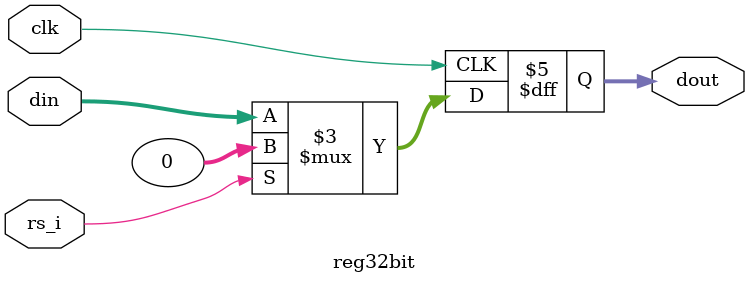
<source format=v>
module reg32bit (
    input clk,
    input rs_i,
    input [31:0] din,
    output reg [31:0] dout
);
    
    always @(posedge clk) begin
      if (rs_i) begin
        dout <= 32'h00000000;
      end
      else begin
        dout <= din;
      end
    end

endmodule

</source>
